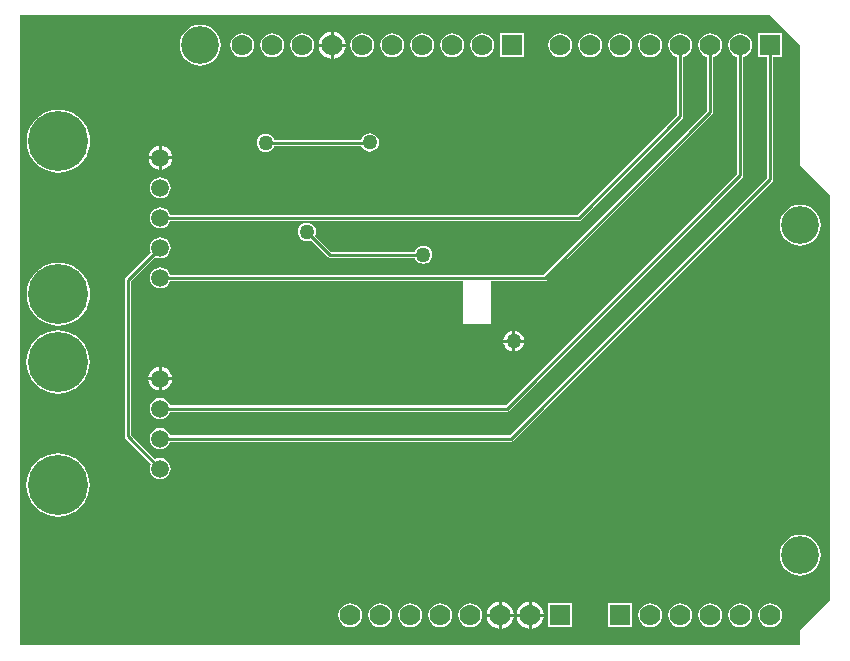
<source format=gbl>
G04 Layer_Physical_Order=4*
G04 Layer_Color=16711680*
%FSLAX25Y25*%
%MOIN*%
G70*
G01*
G75*
%ADD16C,0.01000*%
%ADD17C,0.20000*%
%ADD18C,0.05906*%
%ADD19C,0.12598*%
%ADD20C,0.07000*%
%ADD21R,0.07000X0.07000*%
%ADD22C,0.04000*%
%ADD23C,0.05000*%
G36*
X260000Y200000D02*
Y160000D01*
X270000Y150000D01*
Y15000D01*
X260000Y5000D01*
Y0D01*
X0D01*
Y210000D01*
X250000D01*
X260000Y200000D01*
D02*
G37*
%LPC*%
G36*
Y36832D02*
X258667Y36701D01*
X257385Y36312D01*
X256204Y35681D01*
X255169Y34831D01*
X254319Y33796D01*
X253688Y32614D01*
X253299Y31333D01*
X253168Y30000D01*
X253299Y28667D01*
X253688Y27386D01*
X254319Y26204D01*
X255169Y25169D01*
X256204Y24319D01*
X257385Y23688D01*
X258667Y23299D01*
X260000Y23168D01*
X261333Y23299D01*
X262614Y23688D01*
X263796Y24319D01*
X264831Y25169D01*
X265681Y26204D01*
X266312Y27386D01*
X266701Y28667D01*
X266832Y30000D01*
X266701Y31333D01*
X266312Y32614D01*
X265681Y33796D01*
X264831Y34831D01*
X263796Y35681D01*
X262614Y36312D01*
X261333Y36701D01*
X260000Y36832D01*
D02*
G37*
G36*
X12600Y63933D02*
X10952Y63803D01*
X9345Y63417D01*
X7818Y62784D01*
X6409Y61921D01*
X5152Y60848D01*
X4079Y59591D01*
X3215Y58182D01*
X2583Y56655D01*
X2197Y55048D01*
X2067Y53400D01*
X2197Y51752D01*
X2583Y50145D01*
X3215Y48618D01*
X4079Y47209D01*
X5152Y45952D01*
X6409Y44879D01*
X7818Y44015D01*
X9345Y43383D01*
X10952Y42997D01*
X12600Y42867D01*
X14248Y42997D01*
X15855Y43383D01*
X17382Y44015D01*
X18791Y44879D01*
X20048Y45952D01*
X21121Y47209D01*
X21984Y48618D01*
X22617Y50145D01*
X23003Y51752D01*
X23133Y53400D01*
X23003Y55048D01*
X22617Y56655D01*
X21984Y58182D01*
X21121Y59591D01*
X20048Y60848D01*
X18791Y61921D01*
X17382Y62784D01*
X15855Y63417D01*
X14248Y63803D01*
X12600Y63933D01*
D02*
G37*
G36*
X254000Y204000D02*
X246000D01*
Y196000D01*
X248980D01*
Y155722D01*
X163178Y69920D01*
X49915D01*
X49616Y70641D01*
X49062Y71363D01*
X48341Y71916D01*
X47501Y72264D01*
X46600Y72382D01*
X45699Y72264D01*
X44859Y71916D01*
X44137Y71363D01*
X43584Y70641D01*
X43236Y69801D01*
X43117Y68900D01*
X43236Y67999D01*
X43584Y67159D01*
X44137Y66438D01*
X44859Y65884D01*
X45699Y65536D01*
X46600Y65417D01*
X47501Y65536D01*
X48341Y65884D01*
X49062Y66438D01*
X49616Y67159D01*
X49915Y67880D01*
X163600D01*
X163990Y67958D01*
X164321Y68179D01*
X250721Y154579D01*
X250942Y154910D01*
X251020Y155300D01*
Y196000D01*
X254000D01*
Y204000D01*
D02*
G37*
G36*
X170500Y14473D02*
Y10500D01*
X174473D01*
X174384Y11175D01*
X173931Y12269D01*
X173209Y13209D01*
X172269Y13931D01*
X171175Y14384D01*
X170500Y14473D01*
D02*
G37*
G36*
X159500D02*
X158825Y14384D01*
X157731Y13931D01*
X156791Y13209D01*
X156069Y12269D01*
X155616Y11175D01*
X155527Y10500D01*
X159500D01*
Y14473D01*
D02*
G37*
G36*
X160500D02*
Y10500D01*
X164473D01*
X164384Y11175D01*
X163931Y12269D01*
X163209Y13209D01*
X162269Y13931D01*
X161175Y14384D01*
X160500Y14473D01*
D02*
G37*
G36*
X169500D02*
X168825Y14384D01*
X167731Y13931D01*
X166791Y13209D01*
X166069Y12269D01*
X165616Y11175D01*
X165527Y10500D01*
X169500D01*
Y14473D01*
D02*
G37*
G36*
X240000Y204034D02*
X238956Y203897D01*
X237983Y203494D01*
X237147Y202853D01*
X236506Y202017D01*
X236103Y201044D01*
X235965Y200000D01*
X236103Y198956D01*
X236506Y197983D01*
X237147Y197147D01*
X237983Y196506D01*
X238956Y196103D01*
X238980Y196100D01*
Y157022D01*
X161878Y79920D01*
X49915D01*
X49616Y80641D01*
X49062Y81362D01*
X48341Y81916D01*
X47501Y82264D01*
X46600Y82383D01*
X45699Y82264D01*
X44859Y81916D01*
X44137Y81362D01*
X43584Y80641D01*
X43236Y79801D01*
X43117Y78900D01*
X43236Y77999D01*
X43584Y77159D01*
X44137Y76437D01*
X44859Y75884D01*
X45699Y75536D01*
X46600Y75418D01*
X47501Y75536D01*
X48341Y75884D01*
X49062Y76437D01*
X49616Y77159D01*
X49915Y77880D01*
X162300D01*
X162690Y77958D01*
X163021Y78179D01*
X240721Y155879D01*
X240942Y156210D01*
X241020Y156600D01*
Y196100D01*
X241044Y196103D01*
X242017Y196506D01*
X242853Y197147D01*
X243494Y197983D01*
X243897Y198956D01*
X244035Y200000D01*
X243897Y201044D01*
X243494Y202017D01*
X242853Y202853D01*
X242017Y203494D01*
X241044Y203897D01*
X240000Y204034D01*
D02*
G37*
G36*
X47100Y92821D02*
Y89400D01*
X50521D01*
X50451Y89932D01*
X50053Y90893D01*
X49419Y91719D01*
X48593Y92353D01*
X47632Y92751D01*
X47100Y92821D01*
D02*
G37*
G36*
X164000Y100900D02*
X161036D01*
X161090Y100486D01*
X161443Y99635D01*
X162004Y98904D01*
X162735Y98343D01*
X163586Y97990D01*
X164000Y97936D01*
Y100900D01*
D02*
G37*
G36*
X167964D02*
X165000D01*
Y97936D01*
X165414Y97990D01*
X166265Y98343D01*
X166996Y98904D01*
X167557Y99635D01*
X167910Y100486D01*
X167964Y100900D01*
D02*
G37*
G36*
X46100Y92821D02*
X45568Y92751D01*
X44607Y92353D01*
X43781Y91719D01*
X43147Y90893D01*
X42749Y89932D01*
X42679Y89400D01*
X46100D01*
Y92821D01*
D02*
G37*
G36*
X12600Y104932D02*
X10952Y104803D01*
X9345Y104417D01*
X7818Y103785D01*
X6409Y102921D01*
X5152Y101848D01*
X4079Y100591D01*
X3215Y99182D01*
X2583Y97655D01*
X2197Y96048D01*
X2067Y94400D01*
X2197Y92752D01*
X2583Y91145D01*
X3215Y89618D01*
X4079Y88209D01*
X5152Y86952D01*
X6409Y85879D01*
X7818Y85015D01*
X9345Y84383D01*
X10952Y83997D01*
X12600Y83868D01*
X14248Y83997D01*
X15855Y84383D01*
X17382Y85015D01*
X18791Y85879D01*
X20048Y86952D01*
X21121Y88209D01*
X21984Y89618D01*
X22617Y91145D01*
X23003Y92752D01*
X23133Y94400D01*
X23003Y96048D01*
X22617Y97655D01*
X21984Y99182D01*
X21121Y100591D01*
X20048Y101848D01*
X18791Y102921D01*
X17382Y103785D01*
X15855Y104417D01*
X14248Y104803D01*
X12600Y104932D01*
D02*
G37*
G36*
X46100Y88400D02*
X42679D01*
X42749Y87868D01*
X43147Y86907D01*
X43781Y86081D01*
X44607Y85447D01*
X45568Y85049D01*
X46100Y84979D01*
Y88400D01*
D02*
G37*
G36*
X50521D02*
X47100D01*
Y84979D01*
X47632Y85049D01*
X48593Y85447D01*
X49419Y86081D01*
X50053Y86907D01*
X50451Y87868D01*
X50521Y88400D01*
D02*
G37*
G36*
X204000Y14000D02*
X196000D01*
Y6000D01*
X204000D01*
Y14000D01*
D02*
G37*
G36*
X110000Y14035D02*
X108956Y13897D01*
X107983Y13494D01*
X107147Y12853D01*
X106506Y12017D01*
X106103Y11044D01*
X105965Y10000D01*
X106103Y8956D01*
X106506Y7983D01*
X107147Y7147D01*
X107983Y6506D01*
X108956Y6103D01*
X110000Y5965D01*
X111044Y6103D01*
X112017Y6506D01*
X112853Y7147D01*
X113494Y7983D01*
X113897Y8956D01*
X114034Y10000D01*
X113897Y11044D01*
X113494Y12017D01*
X112853Y12853D01*
X112017Y13494D01*
X111044Y13897D01*
X110000Y14035D01*
D02*
G37*
G36*
X120000D02*
X118956Y13897D01*
X117983Y13494D01*
X117147Y12853D01*
X116506Y12017D01*
X116103Y11044D01*
X115965Y10000D01*
X116103Y8956D01*
X116506Y7983D01*
X117147Y7147D01*
X117983Y6506D01*
X118956Y6103D01*
X120000Y5965D01*
X121044Y6103D01*
X122017Y6506D01*
X122853Y7147D01*
X123494Y7983D01*
X123897Y8956D01*
X124035Y10000D01*
X123897Y11044D01*
X123494Y12017D01*
X122853Y12853D01*
X122017Y13494D01*
X121044Y13897D01*
X120000Y14035D01*
D02*
G37*
G36*
X130000D02*
X128956Y13897D01*
X127983Y13494D01*
X127147Y12853D01*
X126506Y12017D01*
X126103Y11044D01*
X125965Y10000D01*
X126103Y8956D01*
X126506Y7983D01*
X127147Y7147D01*
X127983Y6506D01*
X128956Y6103D01*
X130000Y5965D01*
X131044Y6103D01*
X132017Y6506D01*
X132853Y7147D01*
X133494Y7983D01*
X133897Y8956D01*
X134035Y10000D01*
X133897Y11044D01*
X133494Y12017D01*
X132853Y12853D01*
X132017Y13494D01*
X131044Y13897D01*
X130000Y14035D01*
D02*
G37*
G36*
X174473Y9500D02*
X170500D01*
Y5527D01*
X171175Y5616D01*
X172269Y6069D01*
X173209Y6791D01*
X173931Y7731D01*
X174384Y8825D01*
X174473Y9500D01*
D02*
G37*
G36*
X159500D02*
X155527D01*
X155616Y8825D01*
X156069Y7731D01*
X156791Y6791D01*
X157731Y6069D01*
X158825Y5616D01*
X159500Y5527D01*
Y9500D01*
D02*
G37*
G36*
X164473D02*
X160500D01*
Y5527D01*
X161175Y5616D01*
X162269Y6069D01*
X163209Y6791D01*
X163931Y7731D01*
X164384Y8825D01*
X164473Y9500D01*
D02*
G37*
G36*
X169500D02*
X165527D01*
X165616Y8825D01*
X166069Y7731D01*
X166791Y6791D01*
X167731Y6069D01*
X168825Y5616D01*
X169500Y5527D01*
Y9500D01*
D02*
G37*
G36*
X140000Y14035D02*
X138956Y13897D01*
X137983Y13494D01*
X137147Y12853D01*
X136506Y12017D01*
X136103Y11044D01*
X135966Y10000D01*
X136103Y8956D01*
X136506Y7983D01*
X137147Y7147D01*
X137983Y6506D01*
X138956Y6103D01*
X140000Y5965D01*
X141044Y6103D01*
X142017Y6506D01*
X142853Y7147D01*
X143494Y7983D01*
X143897Y8956D01*
X144035Y10000D01*
X143897Y11044D01*
X143494Y12017D01*
X142853Y12853D01*
X142017Y13494D01*
X141044Y13897D01*
X140000Y14035D01*
D02*
G37*
G36*
X240000D02*
X238956Y13897D01*
X237983Y13494D01*
X237147Y12853D01*
X236506Y12017D01*
X236103Y11044D01*
X235965Y10000D01*
X236103Y8956D01*
X236506Y7983D01*
X237147Y7147D01*
X237983Y6506D01*
X238956Y6103D01*
X240000Y5965D01*
X241044Y6103D01*
X242017Y6506D01*
X242853Y7147D01*
X243494Y7983D01*
X243897Y8956D01*
X244035Y10000D01*
X243897Y11044D01*
X243494Y12017D01*
X242853Y12853D01*
X242017Y13494D01*
X241044Y13897D01*
X240000Y14035D01*
D02*
G37*
G36*
X250000D02*
X248956Y13897D01*
X247983Y13494D01*
X247147Y12853D01*
X246506Y12017D01*
X246103Y11044D01*
X245966Y10000D01*
X246103Y8956D01*
X246506Y7983D01*
X247147Y7147D01*
X247983Y6506D01*
X248956Y6103D01*
X250000Y5965D01*
X251044Y6103D01*
X252017Y6506D01*
X252853Y7147D01*
X253494Y7983D01*
X253897Y8956D01*
X254034Y10000D01*
X253897Y11044D01*
X253494Y12017D01*
X252853Y12853D01*
X252017Y13494D01*
X251044Y13897D01*
X250000Y14035D01*
D02*
G37*
G36*
X184000Y14000D02*
X176000D01*
Y6000D01*
X184000D01*
Y14000D01*
D02*
G37*
G36*
X230000Y14035D02*
X228956Y13897D01*
X227983Y13494D01*
X227147Y12853D01*
X226506Y12017D01*
X226103Y11044D01*
X225965Y10000D01*
X226103Y8956D01*
X226506Y7983D01*
X227147Y7147D01*
X227983Y6506D01*
X228956Y6103D01*
X230000Y5965D01*
X231044Y6103D01*
X232017Y6506D01*
X232853Y7147D01*
X233494Y7983D01*
X233897Y8956D01*
X234034Y10000D01*
X233897Y11044D01*
X233494Y12017D01*
X232853Y12853D01*
X232017Y13494D01*
X231044Y13897D01*
X230000Y14035D01*
D02*
G37*
G36*
X150000D02*
X148956Y13897D01*
X147983Y13494D01*
X147147Y12853D01*
X146506Y12017D01*
X146103Y11044D01*
X145966Y10000D01*
X146103Y8956D01*
X146506Y7983D01*
X147147Y7147D01*
X147983Y6506D01*
X148956Y6103D01*
X150000Y5965D01*
X151044Y6103D01*
X152017Y6506D01*
X152853Y7147D01*
X153494Y7983D01*
X153897Y8956D01*
X154034Y10000D01*
X153897Y11044D01*
X153494Y12017D01*
X152853Y12853D01*
X152017Y13494D01*
X151044Y13897D01*
X150000Y14035D01*
D02*
G37*
G36*
X210000D02*
X208956Y13897D01*
X207983Y13494D01*
X207147Y12853D01*
X206506Y12017D01*
X206103Y11044D01*
X205965Y10000D01*
X206103Y8956D01*
X206506Y7983D01*
X207147Y7147D01*
X207983Y6506D01*
X208956Y6103D01*
X210000Y5965D01*
X211044Y6103D01*
X212017Y6506D01*
X212853Y7147D01*
X213494Y7983D01*
X213897Y8956D01*
X214035Y10000D01*
X213897Y11044D01*
X213494Y12017D01*
X212853Y12853D01*
X212017Y13494D01*
X211044Y13897D01*
X210000Y14035D01*
D02*
G37*
G36*
X220000D02*
X218956Y13897D01*
X217983Y13494D01*
X217147Y12853D01*
X216506Y12017D01*
X216103Y11044D01*
X215966Y10000D01*
X216103Y8956D01*
X216506Y7983D01*
X217147Y7147D01*
X217983Y6506D01*
X218956Y6103D01*
X220000Y5965D01*
X221044Y6103D01*
X222017Y6506D01*
X222853Y7147D01*
X223494Y7983D01*
X223897Y8956D01*
X224035Y10000D01*
X223897Y11044D01*
X223494Y12017D01*
X222853Y12853D01*
X222017Y13494D01*
X221044Y13897D01*
X220000Y14035D01*
D02*
G37*
G36*
X164000Y104864D02*
X163586Y104810D01*
X162735Y104457D01*
X162004Y103896D01*
X161443Y103165D01*
X161090Y102314D01*
X161036Y101900D01*
X164000D01*
Y104864D01*
D02*
G37*
G36*
X124000Y204034D02*
X122956Y203897D01*
X121983Y203494D01*
X121147Y202853D01*
X120506Y202017D01*
X120103Y201044D01*
X119966Y200000D01*
X120103Y198956D01*
X120506Y197983D01*
X121147Y197147D01*
X121983Y196506D01*
X122956Y196103D01*
X124000Y195966D01*
X125044Y196103D01*
X126017Y196506D01*
X126853Y197147D01*
X127494Y197983D01*
X127897Y198956D01*
X128034Y200000D01*
X127897Y201044D01*
X127494Y202017D01*
X126853Y202853D01*
X126017Y203494D01*
X125044Y203897D01*
X124000Y204034D01*
D02*
G37*
G36*
X114000D02*
X112956Y203897D01*
X111983Y203494D01*
X111147Y202853D01*
X110506Y202017D01*
X110103Y201044D01*
X109966Y200000D01*
X110103Y198956D01*
X110506Y197983D01*
X111147Y197147D01*
X111983Y196506D01*
X112956Y196103D01*
X114000Y195966D01*
X115044Y196103D01*
X116017Y196506D01*
X116853Y197147D01*
X117494Y197983D01*
X117897Y198956D01*
X118035Y200000D01*
X117897Y201044D01*
X117494Y202017D01*
X116853Y202853D01*
X116017Y203494D01*
X115044Y203897D01*
X114000Y204034D01*
D02*
G37*
G36*
X144000D02*
X142956Y203897D01*
X141983Y203494D01*
X141147Y202853D01*
X140506Y202017D01*
X140103Y201044D01*
X139965Y200000D01*
X140103Y198956D01*
X140506Y197983D01*
X141147Y197147D01*
X141983Y196506D01*
X142956Y196103D01*
X144000Y195966D01*
X145044Y196103D01*
X146017Y196506D01*
X146853Y197147D01*
X147494Y197983D01*
X147897Y198956D01*
X148035Y200000D01*
X147897Y201044D01*
X147494Y202017D01*
X146853Y202853D01*
X146017Y203494D01*
X145044Y203897D01*
X144000Y204034D01*
D02*
G37*
G36*
X134000D02*
X132956Y203897D01*
X131983Y203494D01*
X131147Y202853D01*
X130506Y202017D01*
X130103Y201044D01*
X129965Y200000D01*
X130103Y198956D01*
X130506Y197983D01*
X131147Y197147D01*
X131983Y196506D01*
X132956Y196103D01*
X134000Y195966D01*
X135044Y196103D01*
X136017Y196506D01*
X136853Y197147D01*
X137494Y197983D01*
X137897Y198956D01*
X138034Y200000D01*
X137897Y201044D01*
X137494Y202017D01*
X136853Y202853D01*
X136017Y203494D01*
X135044Y203897D01*
X134000Y204034D01*
D02*
G37*
G36*
X74000D02*
X72956Y203897D01*
X71983Y203494D01*
X71147Y202853D01*
X70506Y202017D01*
X70103Y201044D01*
X69965Y200000D01*
X70103Y198956D01*
X70506Y197983D01*
X71147Y197147D01*
X71983Y196506D01*
X72956Y196103D01*
X74000Y195966D01*
X75044Y196103D01*
X76017Y196506D01*
X76853Y197147D01*
X77494Y197983D01*
X77897Y198956D01*
X78035Y200000D01*
X77897Y201044D01*
X77494Y202017D01*
X76853Y202853D01*
X76017Y203494D01*
X75044Y203897D01*
X74000Y204034D01*
D02*
G37*
G36*
X108473Y199500D02*
X104500D01*
Y195527D01*
X105175Y195616D01*
X106269Y196069D01*
X107209Y196791D01*
X107931Y197731D01*
X108384Y198825D01*
X108473Y199500D01*
D02*
G37*
G36*
X94000Y204034D02*
X92956Y203897D01*
X91983Y203494D01*
X91147Y202853D01*
X90506Y202017D01*
X90103Y201044D01*
X89965Y200000D01*
X90103Y198956D01*
X90506Y197983D01*
X91147Y197147D01*
X91983Y196506D01*
X92956Y196103D01*
X94000Y195966D01*
X95044Y196103D01*
X96017Y196506D01*
X96853Y197147D01*
X97494Y197983D01*
X97897Y198956D01*
X98035Y200000D01*
X97897Y201044D01*
X97494Y202017D01*
X96853Y202853D01*
X96017Y203494D01*
X95044Y203897D01*
X94000Y204034D01*
D02*
G37*
G36*
X84000D02*
X82956Y203897D01*
X81983Y203494D01*
X81147Y202853D01*
X80506Y202017D01*
X80103Y201044D01*
X79966Y200000D01*
X80103Y198956D01*
X80506Y197983D01*
X81147Y197147D01*
X81983Y196506D01*
X82956Y196103D01*
X84000Y195966D01*
X85044Y196103D01*
X86017Y196506D01*
X86853Y197147D01*
X87494Y197983D01*
X87897Y198956D01*
X88034Y200000D01*
X87897Y201044D01*
X87494Y202017D01*
X86853Y202853D01*
X86017Y203494D01*
X85044Y203897D01*
X84000Y204034D01*
D02*
G37*
G36*
X168000Y204000D02*
X160000D01*
Y196000D01*
X168000D01*
Y204000D01*
D02*
G37*
G36*
X210000Y204034D02*
X208956Y203897D01*
X207983Y203494D01*
X207147Y202853D01*
X206506Y202017D01*
X206103Y201044D01*
X205965Y200000D01*
X206103Y198956D01*
X206506Y197983D01*
X207147Y197147D01*
X207983Y196506D01*
X208956Y196103D01*
X210000Y195966D01*
X211044Y196103D01*
X212017Y196506D01*
X212853Y197147D01*
X213494Y197983D01*
X213897Y198956D01*
X214035Y200000D01*
X213897Y201044D01*
X213494Y202017D01*
X212853Y202853D01*
X212017Y203494D01*
X211044Y203897D01*
X210000Y204034D01*
D02*
G37*
G36*
X104500Y204473D02*
Y200500D01*
X108473D01*
X108384Y201175D01*
X107931Y202269D01*
X107209Y203209D01*
X106269Y203931D01*
X105175Y204384D01*
X104500Y204473D01*
D02*
G37*
G36*
X103500D02*
X102825Y204384D01*
X101731Y203931D01*
X100791Y203209D01*
X100069Y202269D01*
X99616Y201175D01*
X99527Y200500D01*
X103500D01*
Y204473D01*
D02*
G37*
G36*
X180000Y204034D02*
X178956Y203897D01*
X177983Y203494D01*
X177147Y202853D01*
X176506Y202017D01*
X176103Y201044D01*
X175965Y200000D01*
X176103Y198956D01*
X176506Y197983D01*
X177147Y197147D01*
X177983Y196506D01*
X178956Y196103D01*
X180000Y195966D01*
X181044Y196103D01*
X182017Y196506D01*
X182853Y197147D01*
X183494Y197983D01*
X183897Y198956D01*
X184035Y200000D01*
X183897Y201044D01*
X183494Y202017D01*
X182853Y202853D01*
X182017Y203494D01*
X181044Y203897D01*
X180000Y204034D01*
D02*
G37*
G36*
X154000D02*
X152956Y203897D01*
X151983Y203494D01*
X151147Y202853D01*
X150506Y202017D01*
X150103Y201044D01*
X149966Y200000D01*
X150103Y198956D01*
X150506Y197983D01*
X151147Y197147D01*
X151983Y196506D01*
X152956Y196103D01*
X154000Y195966D01*
X155044Y196103D01*
X156017Y196506D01*
X156853Y197147D01*
X157494Y197983D01*
X157897Y198956D01*
X158035Y200000D01*
X157897Y201044D01*
X157494Y202017D01*
X156853Y202853D01*
X156017Y203494D01*
X155044Y203897D01*
X154000Y204034D01*
D02*
G37*
G36*
X200000D02*
X198956Y203897D01*
X197983Y203494D01*
X197147Y202853D01*
X196506Y202017D01*
X196103Y201044D01*
X195966Y200000D01*
X196103Y198956D01*
X196506Y197983D01*
X197147Y197147D01*
X197983Y196506D01*
X198956Y196103D01*
X200000Y195966D01*
X201044Y196103D01*
X202017Y196506D01*
X202853Y197147D01*
X203494Y197983D01*
X203897Y198956D01*
X204034Y200000D01*
X203897Y201044D01*
X203494Y202017D01*
X202853Y202853D01*
X202017Y203494D01*
X201044Y203897D01*
X200000Y204034D01*
D02*
G37*
G36*
X190000D02*
X188956Y203897D01*
X187983Y203494D01*
X187147Y202853D01*
X186506Y202017D01*
X186103Y201044D01*
X185966Y200000D01*
X186103Y198956D01*
X186506Y197983D01*
X187147Y197147D01*
X187983Y196506D01*
X188956Y196103D01*
X190000Y195966D01*
X191044Y196103D01*
X192017Y196506D01*
X192853Y197147D01*
X193494Y197983D01*
X193897Y198956D01*
X194035Y200000D01*
X193897Y201044D01*
X193494Y202017D01*
X192853Y202853D01*
X192017Y203494D01*
X191044Y203897D01*
X190000Y204034D01*
D02*
G37*
G36*
X260000Y146832D02*
X258667Y146701D01*
X257385Y146312D01*
X256204Y145681D01*
X255169Y144831D01*
X254319Y143796D01*
X253688Y142614D01*
X253299Y141333D01*
X253168Y140000D01*
X253299Y138667D01*
X253688Y137385D01*
X254319Y136204D01*
X255169Y135169D01*
X256204Y134319D01*
X257385Y133688D01*
X258667Y133299D01*
X260000Y133168D01*
X261333Y133299D01*
X262614Y133688D01*
X263796Y134319D01*
X264831Y135169D01*
X265681Y136204D01*
X266312Y137385D01*
X266701Y138667D01*
X266832Y140000D01*
X266701Y141333D01*
X266312Y142614D01*
X265681Y143796D01*
X264831Y144831D01*
X263796Y145681D01*
X262614Y146312D01*
X261333Y146701D01*
X260000Y146832D01*
D02*
G37*
G36*
X46700Y135983D02*
X45799Y135864D01*
X44959Y135516D01*
X44238Y134962D01*
X43684Y134241D01*
X43336Y133401D01*
X43218Y132500D01*
X43336Y131599D01*
X43635Y130877D01*
X35079Y122321D01*
X34858Y121990D01*
X34780Y121600D01*
Y69700D01*
X34858Y69310D01*
X35079Y68979D01*
X43535Y60523D01*
X43236Y59801D01*
X43117Y58900D01*
X43236Y57999D01*
X43584Y57159D01*
X44137Y56437D01*
X44859Y55884D01*
X45699Y55536D01*
X46600Y55418D01*
X47501Y55536D01*
X48341Y55884D01*
X49062Y56437D01*
X49616Y57159D01*
X49964Y57999D01*
X50082Y58900D01*
X49964Y59801D01*
X49616Y60641D01*
X49062Y61362D01*
X48341Y61916D01*
X47501Y62264D01*
X46600Y62383D01*
X45699Y62264D01*
X44977Y61965D01*
X36820Y70122D01*
Y121178D01*
X45077Y129435D01*
X45799Y129136D01*
X46700Y129017D01*
X47601Y129136D01*
X48441Y129484D01*
X49163Y130037D01*
X49716Y130759D01*
X50064Y131599D01*
X50182Y132500D01*
X50064Y133401D01*
X49716Y134241D01*
X49163Y134962D01*
X48441Y135516D01*
X47601Y135864D01*
X46700Y135983D01*
D02*
G37*
G36*
Y155982D02*
X45799Y155864D01*
X44959Y155516D01*
X44238Y154963D01*
X43684Y154241D01*
X43336Y153401D01*
X43218Y152500D01*
X43336Y151599D01*
X43684Y150759D01*
X44238Y150038D01*
X44959Y149484D01*
X45799Y149136D01*
X46700Y149018D01*
X47601Y149136D01*
X48441Y149484D01*
X49163Y150038D01*
X49716Y150759D01*
X50064Y151599D01*
X50182Y152500D01*
X50064Y153401D01*
X49716Y154241D01*
X49163Y154963D01*
X48441Y155516D01*
X47601Y155864D01*
X46700Y155982D01*
D02*
G37*
G36*
X220000Y204034D02*
X218956Y203897D01*
X217983Y203494D01*
X217147Y202853D01*
X216506Y202017D01*
X216103Y201044D01*
X215966Y200000D01*
X216103Y198956D01*
X216506Y197983D01*
X217147Y197147D01*
X217983Y196506D01*
X218956Y196103D01*
X218980Y196100D01*
Y176722D01*
X185778Y143520D01*
X50015D01*
X49716Y144241D01*
X49163Y144963D01*
X48441Y145516D01*
X47601Y145864D01*
X46700Y145983D01*
X45799Y145864D01*
X44959Y145516D01*
X44238Y144963D01*
X43684Y144241D01*
X43336Y143401D01*
X43218Y142500D01*
X43336Y141599D01*
X43684Y140759D01*
X44238Y140038D01*
X44959Y139484D01*
X45799Y139136D01*
X46700Y139017D01*
X47601Y139136D01*
X48441Y139484D01*
X49163Y140038D01*
X49716Y140759D01*
X50015Y141480D01*
X186200D01*
X186590Y141558D01*
X186921Y141779D01*
X220721Y175579D01*
X220942Y175910D01*
X221020Y176300D01*
Y196100D01*
X221044Y196103D01*
X222017Y196506D01*
X222853Y197147D01*
X223494Y197983D01*
X223897Y198956D01*
X224035Y200000D01*
X223897Y201044D01*
X223494Y202017D01*
X222853Y202853D01*
X222017Y203494D01*
X221044Y203897D01*
X220000Y204034D01*
D02*
G37*
G36*
X12700Y127532D02*
X11052Y127403D01*
X9445Y127017D01*
X7918Y126384D01*
X6509Y125521D01*
X5252Y124448D01*
X4179Y123191D01*
X3316Y121782D01*
X2683Y120255D01*
X2297Y118648D01*
X2167Y117000D01*
X2297Y115352D01*
X2683Y113745D01*
X3316Y112218D01*
X4179Y110809D01*
X5252Y109552D01*
X6509Y108479D01*
X7918Y107615D01*
X9445Y106983D01*
X11052Y106597D01*
X12700Y106467D01*
X14348Y106597D01*
X15955Y106983D01*
X17482Y107615D01*
X18891Y108479D01*
X20148Y109552D01*
X21221Y110809D01*
X22084Y112218D01*
X22717Y113745D01*
X23103Y115352D01*
X23233Y117000D01*
X23103Y118648D01*
X22717Y120255D01*
X22084Y121782D01*
X21221Y123191D01*
X20148Y124448D01*
X18891Y125521D01*
X17482Y126384D01*
X15955Y127017D01*
X14348Y127403D01*
X12700Y127532D01*
D02*
G37*
G36*
X165000Y104864D02*
Y101900D01*
X167964D01*
X167910Y102314D01*
X167557Y103165D01*
X166996Y103896D01*
X166265Y104457D01*
X165414Y104810D01*
X165000Y104864D01*
D02*
G37*
G36*
X95500Y140826D02*
X94717Y140723D01*
X93987Y140420D01*
X93360Y139940D01*
X92879Y139313D01*
X92577Y138583D01*
X92474Y137800D01*
X92577Y137017D01*
X92879Y136287D01*
X93360Y135660D01*
X93987Y135179D01*
X94717Y134877D01*
X95500Y134774D01*
X96283Y134877D01*
X96776Y135082D01*
X102379Y129479D01*
X102710Y129258D01*
X103100Y129180D01*
X131475D01*
X131679Y128687D01*
X132160Y128060D01*
X132787Y127579D01*
X133517Y127277D01*
X134300Y127174D01*
X135083Y127277D01*
X135813Y127579D01*
X136440Y128060D01*
X136920Y128687D01*
X137223Y129417D01*
X137326Y130200D01*
X137223Y130983D01*
X136920Y131713D01*
X136440Y132340D01*
X135813Y132820D01*
X135083Y133123D01*
X134300Y133226D01*
X133517Y133123D01*
X132787Y132820D01*
X132160Y132340D01*
X131679Y131713D01*
X131475Y131220D01*
X103522D01*
X98218Y136523D01*
X98423Y137017D01*
X98526Y137800D01*
X98423Y138583D01*
X98120Y139313D01*
X97640Y139940D01*
X97013Y140420D01*
X96283Y140723D01*
X95500Y140826D01*
D02*
G37*
G36*
X230000Y204034D02*
X228956Y203897D01*
X227983Y203494D01*
X227147Y202853D01*
X226506Y202017D01*
X226103Y201044D01*
X225965Y200000D01*
X226103Y198956D01*
X226506Y197983D01*
X227147Y197147D01*
X227983Y196506D01*
X228956Y196103D01*
X228980Y196100D01*
Y178122D01*
X174378Y123520D01*
X50015D01*
X49716Y124241D01*
X49163Y124962D01*
X48441Y125516D01*
X47601Y125864D01*
X46700Y125982D01*
X45799Y125864D01*
X44959Y125516D01*
X44238Y124962D01*
X43684Y124241D01*
X43336Y123401D01*
X43218Y122500D01*
X43336Y121599D01*
X43684Y120759D01*
X44238Y120037D01*
X44959Y119484D01*
X45799Y119136D01*
X46700Y119018D01*
X47601Y119136D01*
X48441Y119484D01*
X49163Y120037D01*
X49716Y120759D01*
X50015Y121480D01*
X147600D01*
Y107200D01*
X156800D01*
Y121480D01*
X174800D01*
X175190Y121558D01*
X175521Y121779D01*
X230721Y176979D01*
X230942Y177310D01*
X231020Y177700D01*
Y196100D01*
X231044Y196103D01*
X232017Y196506D01*
X232853Y197147D01*
X233494Y197983D01*
X233897Y198956D01*
X234034Y200000D01*
X233897Y201044D01*
X233494Y202017D01*
X232853Y202853D01*
X232017Y203494D01*
X231044Y203897D01*
X230000Y204034D01*
D02*
G37*
G36*
X116500Y170626D02*
X115717Y170523D01*
X114987Y170220D01*
X114360Y169740D01*
X113880Y169113D01*
X113634Y168520D01*
X84625D01*
X84421Y169013D01*
X83940Y169640D01*
X83313Y170121D01*
X82583Y170423D01*
X81800Y170526D01*
X81017Y170423D01*
X80287Y170121D01*
X79660Y169640D01*
X79180Y169013D01*
X78877Y168283D01*
X78774Y167500D01*
X78877Y166717D01*
X79180Y165987D01*
X79660Y165360D01*
X80287Y164880D01*
X81017Y164577D01*
X81800Y164474D01*
X82583Y164577D01*
X83313Y164880D01*
X83940Y165360D01*
X84421Y165987D01*
X84625Y166480D01*
X113717D01*
X113880Y166087D01*
X114360Y165460D01*
X114987Y164980D01*
X115717Y164677D01*
X116500Y164574D01*
X117283Y164677D01*
X118013Y164980D01*
X118640Y165460D01*
X119121Y166087D01*
X119423Y166817D01*
X119526Y167600D01*
X119423Y168383D01*
X119121Y169113D01*
X118640Y169740D01*
X118013Y170220D01*
X117283Y170523D01*
X116500Y170626D01*
D02*
G37*
G36*
X47200Y166421D02*
Y163000D01*
X50621D01*
X50551Y163532D01*
X50153Y164493D01*
X49519Y165319D01*
X48693Y165953D01*
X47732Y166351D01*
X47200Y166421D01*
D02*
G37*
G36*
X103500Y199500D02*
X99527D01*
X99616Y198825D01*
X100069Y197731D01*
X100791Y196791D01*
X101731Y196069D01*
X102825Y195616D01*
X103500Y195527D01*
Y199500D01*
D02*
G37*
G36*
X60000Y206832D02*
X58667Y206701D01*
X57385Y206312D01*
X56204Y205681D01*
X55169Y204831D01*
X54319Y203796D01*
X53688Y202614D01*
X53299Y201333D01*
X53168Y200000D01*
X53299Y198667D01*
X53688Y197386D01*
X54319Y196204D01*
X55169Y195169D01*
X56204Y194319D01*
X57385Y193688D01*
X58667Y193299D01*
X60000Y193168D01*
X61333Y193299D01*
X62615Y193688D01*
X63796Y194319D01*
X64831Y195169D01*
X65681Y196204D01*
X66312Y197386D01*
X66701Y198667D01*
X66832Y200000D01*
X66701Y201333D01*
X66312Y202614D01*
X65681Y203796D01*
X64831Y204831D01*
X63796Y205681D01*
X62615Y206312D01*
X61333Y206701D01*
X60000Y206832D01*
D02*
G37*
G36*
X46200Y162000D02*
X42779D01*
X42849Y161468D01*
X43247Y160507D01*
X43881Y159681D01*
X44707Y159047D01*
X45668Y158649D01*
X46200Y158579D01*
Y162000D01*
D02*
G37*
G36*
X12700Y178533D02*
X11052Y178403D01*
X9445Y178017D01*
X7918Y177384D01*
X6509Y176521D01*
X5252Y175448D01*
X4179Y174191D01*
X3316Y172782D01*
X2683Y171255D01*
X2297Y169648D01*
X2167Y168000D01*
X2297Y166352D01*
X2683Y164745D01*
X3316Y163218D01*
X4179Y161809D01*
X5252Y160552D01*
X6509Y159479D01*
X7918Y158616D01*
X9445Y157983D01*
X11052Y157597D01*
X12700Y157467D01*
X14348Y157597D01*
X15955Y157983D01*
X17482Y158616D01*
X18891Y159479D01*
X20148Y160552D01*
X21221Y161809D01*
X22084Y163218D01*
X22717Y164745D01*
X23103Y166352D01*
X23233Y168000D01*
X23103Y169648D01*
X22717Y171255D01*
X22084Y172782D01*
X21221Y174191D01*
X20148Y175448D01*
X18891Y176521D01*
X17482Y177384D01*
X15955Y178017D01*
X14348Y178403D01*
X12700Y178533D01*
D02*
G37*
G36*
X46200Y166421D02*
X45668Y166351D01*
X44707Y165953D01*
X43881Y165319D01*
X43247Y164493D01*
X42849Y163532D01*
X42779Y163000D01*
X46200D01*
Y166421D01*
D02*
G37*
G36*
X50621Y162000D02*
X47200D01*
Y158579D01*
X47732Y158649D01*
X48693Y159047D01*
X49519Y159681D01*
X50153Y160507D01*
X50551Y161468D01*
X50621Y162000D01*
D02*
G37*
%LPD*%
D16*
X103100Y130200D02*
X134300D01*
X95500Y137800D02*
X103100Y130200D01*
X163600Y68900D02*
X250000Y155300D01*
X46600Y68900D02*
X163600D01*
X250000Y155300D02*
Y200000D01*
X46700Y142500D02*
X186200D01*
X220000Y176300D01*
Y200000D01*
X230000Y177700D02*
Y200000D01*
X174800Y122500D02*
X230000Y177700D01*
X46700Y122500D02*
X174800D01*
X35800Y69700D02*
Y121600D01*
Y69700D02*
X46600Y58900D01*
X35800Y121600D02*
X46700Y132500D01*
X46600Y78900D02*
X162300D01*
X240000Y156600D01*
Y200000D01*
X81800Y167500D02*
X116400D01*
X116500Y167600D01*
D17*
X12600Y53400D02*
D03*
Y94400D02*
D03*
X12700Y168000D02*
D03*
Y117000D02*
D03*
D18*
X46600Y58900D02*
D03*
Y68900D02*
D03*
Y78900D02*
D03*
Y88900D02*
D03*
X46700Y142500D02*
D03*
Y162500D02*
D03*
Y152500D02*
D03*
Y132500D02*
D03*
Y122500D02*
D03*
D19*
X60000Y200000D02*
D03*
X260000Y140000D02*
D03*
Y30000D02*
D03*
D20*
X160000Y10000D02*
D03*
X170000D02*
D03*
X110000D02*
D03*
X120000D02*
D03*
X130000D02*
D03*
X140000D02*
D03*
X150000D02*
D03*
X230000Y200000D02*
D03*
X240000D02*
D03*
X180000D02*
D03*
X190000D02*
D03*
X200000D02*
D03*
X210000D02*
D03*
X220000D02*
D03*
X74000D02*
D03*
X84000D02*
D03*
X94000D02*
D03*
X104000D02*
D03*
X114000D02*
D03*
X124000D02*
D03*
X134000D02*
D03*
X144000D02*
D03*
X154000D02*
D03*
X250000Y10000D02*
D03*
X240000D02*
D03*
X230000D02*
D03*
X220000D02*
D03*
X210000D02*
D03*
D21*
X180000D02*
D03*
X250000Y200000D02*
D03*
X164000D02*
D03*
X200000Y10000D02*
D03*
D22*
X240000Y137000D02*
D03*
X250000Y117000D02*
D03*
X240000Y97000D02*
D03*
X250000Y77000D02*
D03*
X240000Y57000D02*
D03*
X250000Y37000D02*
D03*
X240000Y17000D02*
D03*
X230000Y157000D02*
D03*
Y117000D02*
D03*
X220000Y97000D02*
D03*
X230000Y77000D02*
D03*
X220000Y57000D02*
D03*
X230000Y37000D02*
D03*
X220000Y17000D02*
D03*
X200000Y137000D02*
D03*
Y97000D02*
D03*
X210000Y77000D02*
D03*
X200000Y57000D02*
D03*
X210000Y37000D02*
D03*
X200000Y17000D02*
D03*
X180000Y177000D02*
D03*
X190000Y157000D02*
D03*
X180000Y137000D02*
D03*
X190000Y117000D02*
D03*
Y77000D02*
D03*
X180000Y57000D02*
D03*
X190000Y37000D02*
D03*
X180000Y17000D02*
D03*
X170000Y197000D02*
D03*
X160000Y177000D02*
D03*
X170000Y157000D02*
D03*
X160000Y137000D02*
D03*
Y57000D02*
D03*
X170000Y37000D02*
D03*
X160000Y17000D02*
D03*
X140000Y177000D02*
D03*
X150000Y157000D02*
D03*
X140000Y137000D02*
D03*
Y97000D02*
D03*
X150000Y37000D02*
D03*
X120000Y177000D02*
D03*
X130000Y157000D02*
D03*
X120000Y137000D02*
D03*
X130000Y117000D02*
D03*
X120000Y97000D02*
D03*
Y57000D02*
D03*
X130000Y37000D02*
D03*
X120000Y17000D02*
D03*
X110000Y117000D02*
D03*
X100000Y97000D02*
D03*
Y57000D02*
D03*
X110000Y37000D02*
D03*
X100000Y17000D02*
D03*
X80000Y177000D02*
D03*
X90000Y117000D02*
D03*
X80000Y97000D02*
D03*
Y57000D02*
D03*
X90000Y37000D02*
D03*
X80000Y17000D02*
D03*
X60000Y177000D02*
D03*
X70000Y157000D02*
D03*
X60000Y137000D02*
D03*
X70000Y117000D02*
D03*
X60000Y97000D02*
D03*
Y57000D02*
D03*
X70000Y37000D02*
D03*
X60000Y17000D02*
D03*
X50000Y197000D02*
D03*
X40000Y177000D02*
D03*
X50000Y157000D02*
D03*
X40000Y137000D02*
D03*
X50000Y117000D02*
D03*
X40000Y97000D02*
D03*
Y57000D02*
D03*
X50000Y37000D02*
D03*
X40000Y17000D02*
D03*
X30000Y197000D02*
D03*
Y157000D02*
D03*
X20000Y137000D02*
D03*
X30000Y117000D02*
D03*
Y77000D02*
D03*
Y37000D02*
D03*
X20000Y17000D02*
D03*
D23*
X134300Y130200D02*
D03*
X95500Y137800D02*
D03*
X164500Y101400D02*
D03*
X116500Y167600D02*
D03*
X81800Y167500D02*
D03*
M02*

</source>
